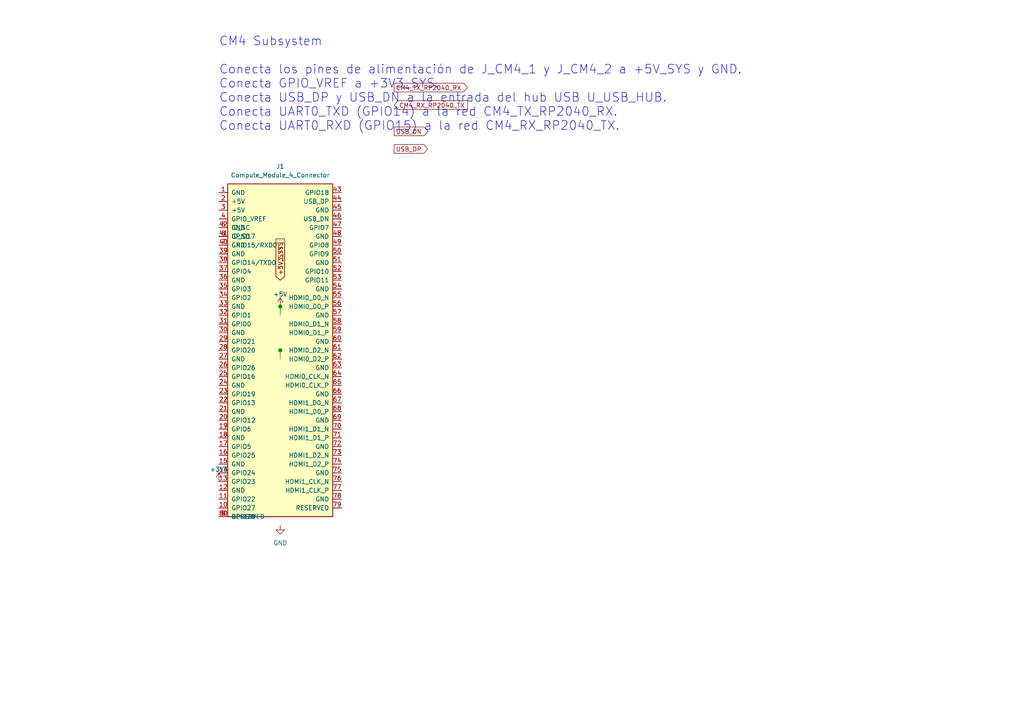
<source format=kicad_sch>
(kicad_sch (version 20230121) (generator eeschema)
  (paper "A4")
  (title_block (title "CM4 Robotics Controller - CM4 Subsystem") (date "2025-07-03") (rev "v1.0") (company "Manus AI"))
  (lib_symbols
    (symbol "CM4IO:Compute_Module_4_Connector" (pin_names (offset 1.016))
      (property "Reference" "J" (at 0 53.34 0))
      (property "Value" "Compute_Module_4_Connector" (at 0 50.8 0))
      (symbol "Compute_Module_4_Connector_0_1"
        (rectangle (start -15.24 48.26) (end 15.24 -48.26) (stroke (width 0.254)) (fill (type background)))
      )
      (symbol "Compute_Module_4_Connector_1_1"
        (pin power_in line (at -17.78 45.72 0) (length 2.54) (name "GND") (number "1"))
        (pin bidirectional line (at -17.78 -45.72 0) (length 2.54) (name "GPIO27") (number "10"))
        (pin bidirectional line (at -17.78 -43.18 0) (length 2.54) (name "GPIO22") (number "11"))
        (pin power_in line (at -17.78 -40.64 0) (length 2.54) (name "GND") (number "12"))
        (pin bidirectional line (at -17.78 -38.1 0) (length 2.54) (name "GPIO23") (number "13"))
        (pin bidirectional line (at -17.78 -35.56 0) (length 2.54) (name "GPIO24") (number "14"))
        (pin power_in line (at -17.78 -33.02 0) (length 2.54) (name "GND") (number "15"))
        (pin bidirectional line (at -17.78 -30.48 0) (length 2.54) (name "GPIO25") (number "16"))
        (pin bidirectional line (at -17.78 -27.94 0) (length 2.54) (name "GPIO5") (number "17"))
        (pin power_in line (at -17.78 -25.4 0) (length 2.54) (name "GND") (number "18"))
        (pin bidirectional line (at -17.78 -22.86 0) (length 2.54) (name "GPIO6") (number "19"))
        (pin power_in line (at -17.78 43.18 0) (length 2.54) (name "+5V") (number "2"))
        (pin bidirectional line (at -17.78 -20.32 0) (length 2.54) (name "GPIO12") (number "20"))
        (pin power_in line (at -17.78 -17.78 0) (length 2.54) (name "GND") (number "21"))
        (pin bidirectional line (at -17.78 -15.24 0) (length 2.54) (name "GPIO13") (number "22"))
        (pin bidirectional line (at -17.78 -12.7 0) (length 2.54) (name "GPIO19") (number "23"))
        (pin power_in line (at -17.78 -10.16 0) (length 2.54) (name "GND") (number "24"))
        (pin bidirectional line (at -17.78 -7.62 0) (length 2.54) (name "GPIO16") (number "25"))
        (pin bidirectional line (at -17.78 -5.08 0) (length 2.54) (name "GPIO26") (number "26"))
        (pin power_in line (at -17.78 -2.54 0) (length 2.54) (name "GND") (number "27"))
        (pin bidirectional line (at -17.78 0 0) (length 2.54) (name "GPIO20") (number "28"))
        (pin bidirectional line (at -17.78 2.54 0) (length 2.54) (name "GPIO21") (number "29"))
        (pin power_in line (at -17.78 40.64 0) (length 2.54) (name "+5V") (number "3"))
        (pin power_in line (at -17.78 5.08 0) (length 2.54) (name "GND") (number "30"))
        (pin bidirectional line (at -17.78 7.62 0) (length 2.54) (name "GPIO0") (number "31"))
        (pin bidirectional line (at -17.78 10.16 0) (length 2.54) (name "GPIO1") (number "32"))
        (pin power_in line (at -17.78 12.7 0) (length 2.54) (name "GND") (number "33"))
        (pin bidirectional line (at -17.78 15.24 0) (length 2.54) (name "GPIO2") (number "34"))
        (pin bidirectional line (at -17.78 17.78 0) (length 2.54) (name "GPIO3") (number "35"))
        (pin power_in line (at -17.78 20.32 0) (length 2.54) (name "GND") (number "36"))
        (pin bidirectional line (at -17.78 22.86 0) (length 2.54) (name "GPIO4") (number "37"))
        (pin bidirectional line (at -17.78 25.4 0) (length 2.54) (name "GPIO14/TXD0") (number "38"))
        (pin power_in line (at -17.78 27.94 0) (length 2.54) (name "GND") (number "39"))
        (pin power_in line (at -17.78 38.1 0) (length 2.54) (name "GPIO_VREF") (number "4"))
        (pin bidirectional line (at -17.78 30.48 0) (length 2.54) (name "GPIO15/RXD0") (number "40"))
        (pin bidirectional line (at -17.78 33.02 0) (length 2.54) (name "GPIO17") (number "41"))
        (pin power_in line (at -17.78 35.56 0) (length 2.54) (name "GND") (number "42"))
        (pin bidirectional line (at 17.78 45.72 180) (length 2.54) (name "GPIO18") (number "43"))
        (pin bidirectional line (at 17.78 43.18 180) (length 2.54) (name "USB_DP") (number "44"))
        (pin power_in line (at 17.78 40.64 180) (length 2.54) (name "GND") (number "45"))
        (pin bidirectional line (at 17.78 38.1 180) (length 2.54) (name "USB_DN") (number "46"))
        (pin bidirectional line (at 17.78 35.56 180) (length 2.54) (name "GPIO7") (number "47"))
        (pin power_in line (at 17.78 33.02 180) (length 2.54) (name "GND") (number "48"))
        (pin bidirectional line (at 17.78 30.48 180) (length 2.54) (name "GPIO8") (number "49"))
        (pin bidirectional line (at -17.78 35.56 0) (length 2.54) (name "ID_SC") (number "5"))
        (pin bidirectional line (at 17.78 27.94 180) (length 2.54) (name "GPIO9") (number "50"))
        (pin power_in line (at 17.78 25.4 180) (length 2.54) (name "GND") (number "51"))
        (pin bidirectional line (at 17.78 22.86 180) (length 2.54) (name "GPIO10") (number "52"))
        (pin bidirectional line (at 17.78 20.32 180) (length 2.54) (name "GPIO11") (number "53"))
        (pin power_in line (at 17.78 17.78 180) (length 2.54) (name "GND") (number "54"))
        (pin bidirectional line (at 17.78 15.24 180) (length 2.54) (name "HDMI0_D0_N") (number "55"))
        (pin bidirectional line (at 17.78 12.7 180) (length 2.54) (name "HDMI0_D0_P") (number "56"))
        (pin power_in line (at 17.78 10.16 180) (length 2.54) (name "GND") (number "57"))
        (pin bidirectional line (at 17.78 7.62 180) (length 2.54) (name "HDMI0_D1_N") (number "58"))
        (pin bidirectional line (at 17.78 5.08 180) (length 2.54) (name "HDMI0_D1_P") (number "59"))
        (pin bidirectional line (at -17.78 33.02 0) (length 2.54) (name "ID_SD") (number "6"))
        (pin power_in line (at 17.78 2.54 180) (length 2.54) (name "GND") (number "60"))
        (pin bidirectional line (at 17.78 0 180) (length 2.54) (name "HDMI0_D2_N") (number "61"))
        (pin bidirectional line (at 17.78 -2.54 180) (length 2.54) (name "HDMI0_D2_P") (number "62"))
        (pin power_in line (at 17.78 -5.08 180) (length 2.54) (name "GND") (number "63"))
        (pin bidirectional line (at 17.78 -7.62 180) (length 2.54) (name "HDMI0_CLK_N") (number "64"))
        (pin bidirectional line (at 17.78 -10.16 180) (length 2.54) (name "HDMI0_CLK_P") (number "65"))
        (pin power_in line (at 17.78 -12.7 180) (length 2.54) (name "GND") (number "66"))
        (pin bidirectional line (at 17.78 -15.24 180) (length 2.54) (name "HDMI1_D0_N") (number "67"))
        (pin bidirectional line (at 17.78 -17.78 180) (length 2.54) (name "HDMI1_D0_P") (number "68"))
        (pin power_in line (at 17.78 -20.32 180) (length 2.54) (name "GND") (number "69"))
        (pin power_in line (at -17.78 30.48 0) (length 2.54) (name "GND") (number "7"))
        (pin bidirectional line (at 17.78 -22.86 180) (length 2.54) (name "HDMI1_D1_N") (number "70"))
        (pin bidirectional line (at 17.78 -25.4 180) (length 2.54) (name "HDMI1_D1_P") (number "71"))
        (pin power_in line (at 17.78 -27.94 180) (length 2.54) (name "GND") (number "72"))
        (pin bidirectional line (at 17.78 -30.48 180) (length 2.54) (name "HDMI1_D2_N") (number "73"))
        (pin bidirectional line (at 17.78 -33.02 180) (length 2.54) (name "HDMI1_D2_P") (number "74"))
        (pin power_in line (at 17.78 -35.56 180) (length 2.54) (name "GND") (number "75"))
        (pin bidirectional line (at 17.78 -38.1 180) (length 2.54) (name "HDMI1_CLK_N") (number "76"))
        (pin bidirectional line (at 17.78 -40.64 180) (length 2.54) (name "HDMI1_CLK_P") (number "77"))
        (pin power_in line (at 17.78 -43.18 180) (length 2.54) (name "GND") (number "78"))
        (pin bidirectional line (at 17.78 -45.72 180) (length 2.54) (name "RESERVED") (number "79"))
        (pin bidirectional line (at -17.78 -48.26 0) (length 2.54) (name "GPIO28") (number "8"))
        (pin bidirectional line (at -17.78 -48.26 0) (length 2.54) (name "RESERVED") (number "80"))
        (pin bidirectional line (at -17.78 -48.26 0) (length 2.54) (name "GPIO29") (number "9"))
      )
    )
    (symbol "power:+3V3" (power) (pin_names (offset 0))
      (property "Value" "+3V3" (at 0 3.556 0))
      (symbol "+3V3_0_1"
        (polyline (pts (xy -0.762 1.27) (xy 0 2.54)))
        (polyline (pts (xy 0 0) (xy 0 2.54)))
        (polyline (pts (xy 0 2.54) (xy 0.762 1.27)))
      )
      (symbol "+3V3_1_1"
        (pin power_in line (at 0 0 90) (length 0) hide (name "+3V3") (number "1"))
      )
    )
    (symbol "power:+5V" (power) (pin_names (offset 0))
      (property "Value" "+5V" (at 0 3.556 0))
      (symbol "+5V_0_1"
        (polyline (pts (xy -0.762 1.27) (xy 0 2.54)))
        (polyline (pts (xy 0 0) (xy 0 2.54)))
        (polyline (pts (xy 0 2.54) (xy 0.762 1.27)))
      )
      (symbol "+5V_1_1"
        (pin power_in line (at 0 0 90) (length 0) hide (name "+5V") (number "1"))
      )
    )
    (symbol "power:GND" (power) (pin_names (offset 0))
      (property "Value" "GND" (at 0 -3.81 0))
      (symbol "GND_0_1"
        (polyline (pts (xy 0 0) (xy 0 -1.27) (xy 1.27 -1.27) (xy 0 -2.54) (xy -1.27 -1.27) (xy 0 -1.27)))
      )
      (symbol "GND_1_1"
        (pin power_in line (at 0 0 270) (length 0) hide (name "GND") (number "1"))
      )
    )
  )
  (junction (at 81.28 88.9) (diameter 1.016))
  (junction (at 81.28 101.6) (diameter 1.016))
  (wire (pts (xy 81.28 88.9) (xy 81.28 91.44)))
  (wire (pts (xy 81.28 101.6) (xy 81.28 104.14)))
  (text "CM4 Subsystem\n\nConecta los pines de alimentación de J_CM4_1 y J_CM4_2 a +5V_SYS y GND.\nConecta GPIO_VREF a +3V3_SYS.\nConecta USB_DP y USB_DN a la entrada del hub USB U_USB_HUB.\nConecta UART0_TXD (GPIO14) a la red CM4_TX_RP2040_RX.\nConecta UART0_RXD (GPIO15) a la red CM4_RX_RP2040_TX." (at 63.5 38.1 0) (effects (font (size 2.54 2.54)) (justify left bottom)))
  (global_label "+5V_SYS" (shape input) (at 81.28 81.28 90) (property "Intersheetrefs" "${INTERSHEET_REFS}" (effects hide)))
  (global_label "+3V3_SYS" (shape input) (at 81.28 81.28 90) (property "Intersheetrefs" "${INTERSHEET_REFS}" (effects hide)))
  (global_label "CM4_TX_RP2040_RX" (shape output) (at 114.3 25.4 0) (property "Intersheetrefs" "${INTERSHEET_REFS}" (effects hide)))
  (global_label "CM4_RX_RP2040_TX" (shape input) (at 114.3 30.48 0) (property "Intersheetrefs" "${INTERSHEET_REFS}" (effects hide)))
  (global_label "USB_DP" (shape output) (at 114.3 43.18 0) (property "Intersheetrefs" "${INTERSHEET_REFS}" (effects hide)))
  (global_label "USB_DN" (shape output) (at 114.3 38.1 0) (property "Intersheetrefs" "${INTERSHEET_REFS}" (effects hide)))
  (symbol (lib_id "CM4IO:Compute_Module_4_Connector") (at 81.28 101.6 0) (unit 1)
    (property "Reference" "J1" (at 81.28 48.26 0))
    (property "Value" "Compute_Module_4_Connector" (at 81.28 50.8 0))
    (property "Footprint" "CM4IO:Raspberry-Pi-4-Compute-Module" (effects hide))
    (property "Datasheet" "https://datasheets.raspberrypi.com/cm4/cm4-datasheet.pdf" (effects hide))
  )
  (symbol (lib_id "power:+5V") (at 81.28 88.9 0) (unit 1)
    (property "Reference" "#PWR01" (effects hide))
    (property "Value" "+5V" (at 81.28 85.344 0))
  )
  (symbol (lib_id "power:GND") (at 81.28 152.4 0) (unit 1)
    (property "Reference" "#PWR02" (effects hide))
    (property "Value" "GND" (at 81.28 157.48 0))
  )
  (symbol (lib_id "power:+3V3") (at 63.5 139.7 0) (unit 1)
    (property "Reference" "#PWR03" (effects hide))
    (property "Value" "+3V3" (at 63.5 136.144 0))
  )
)
</source>
